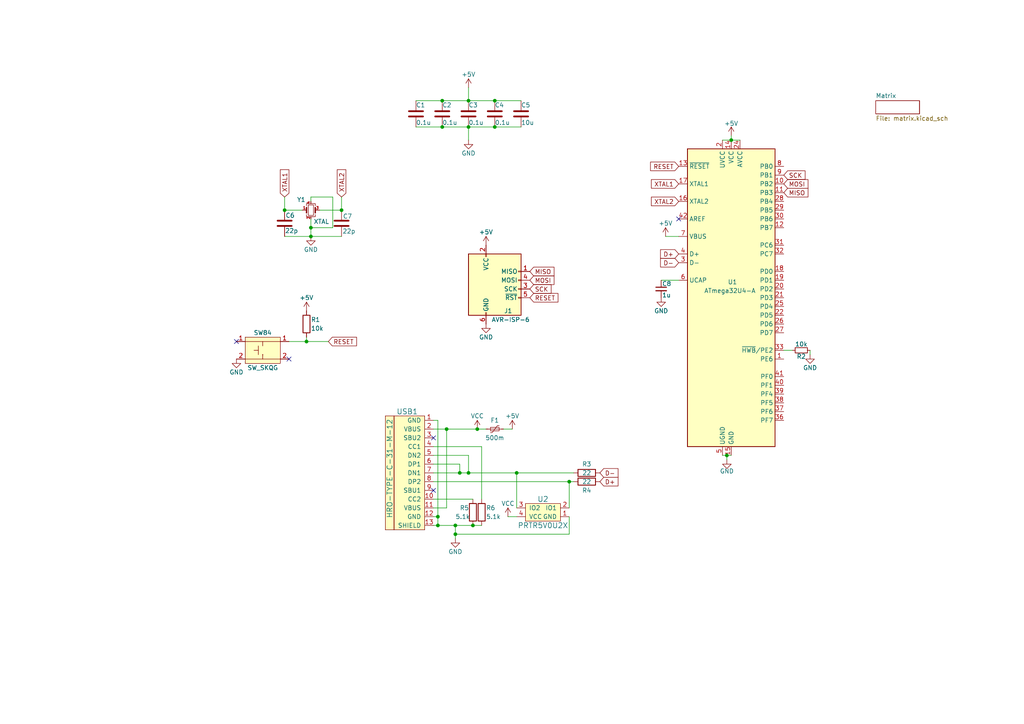
<source format=kicad_sch>
(kicad_sch (version 20211123) (generator eeschema)
  (paper "A4")
  (lib_symbols
    (symbol "Connector:AVR-ISP-6" (pin_names (offset 1.016))
      (property "Reference" "J" (at -6.35 11.43 0))
      (property "Value" "AVR-ISP-6" (at 0 11.43 0))
      (symbol "AVR-ISP-6_0_1"
        (rectangle (start -2.667 -6.858) (end -2.413 -7.62))
        (rectangle (start -2.667 10.16) (end -2.413 9.398))
        (rectangle (start 7.62 -2.413) (end 6.858 -2.667))
        (rectangle (start 7.62 0.127) (end 6.858 -0.127))
        (rectangle (start 7.62 2.667) (end 6.858 2.413))
        (rectangle (start 7.62 5.207) (end 6.858 4.953))
        (rectangle (start 7.62 10.16) (end -7.62 -7.62) (stroke (width 0.254)) (fill (type background)))
      )
      (symbol "AVR-ISP-6_1_1"
        (pin passive line (at 10.16 5.08 180) (length 2.54) (name "MISO") (number "1"))
        (pin passive line (at -2.54 12.7 270) (length 2.54) (name "VCC") (number "2"))
        (pin passive line (at 10.16 0 180) (length 2.54) (name "SCK") (number "3"))
        (pin passive line (at 10.16 2.54 180) (length 2.54) (name "MOSI") (number "4"))
        (pin passive line (at 10.16 -2.54 180) (length 2.54) (name "~{RST}") (number "5"))
        (pin passive line (at -2.54 -10.16 90) (length 2.54) (name "GND") (number "6"))
      )
    )
    (symbol "Device:C" (pin_numbers hide) (pin_names (offset 0.254))
      (property "Reference" "C" (at 0.635 2.54 0))
      (property "Value" "C" (at 0.635 -2.54 0))
      (symbol "C_0_1"
        (polyline (pts (xy -2.032 -0.762) (xy 2.032 -0.762)) (stroke (width 0.508)))
        (polyline (pts (xy -2.032 0.762) (xy 2.032 0.762)) (stroke (width 0.508)))
      )
      (symbol "C_1_1"
        (pin passive line (at 0 3.81 270) (length 2.794) (name "~") (number "1"))
        (pin passive line (at 0 -3.81 90) (length 2.794) (name "~") (number "2"))
      )
    )
    (symbol "Device:C_Small" (pin_numbers hide) (pin_names (offset 0.254) hide)
      (property "Reference" "C" (at 0.254 1.778 0))
      (property "Value" "C_Small" (at 0.254 -2.032 0))
      (symbol "C_Small_0_1"
        (polyline (pts (xy -1.524 -0.508) (xy 1.524 -0.508)) (stroke (width 0.3302)))
        (polyline (pts (xy -1.524 0.508) (xy 1.524 0.508)) (stroke (width 0.3048)))
      )
      (symbol "C_Small_1_1"
        (pin passive line (at 0 2.54 270) (length 2.032) (name "~") (number "1"))
        (pin passive line (at 0 -2.54 90) (length 2.032) (name "~") (number "2"))
      )
    )
    (symbol "Device:Crystal_GND24_Small" (pin_names (offset 1.016) hide)
      (property "Reference" "Y" (at 1.27 4.445 0))
      (property "Value" "Crystal_GND24_Small" (at 1.27 2.54 0))
      (symbol "Crystal_GND24_Small_0_1"
        (rectangle (start -0.762 -1.524) (end 0.762 1.524))
        (polyline (pts (xy -1.27 -0.762) (xy -1.27 0.762)) (stroke (width 0.381)))
        (polyline (pts (xy 1.27 -0.762) (xy 1.27 0.762)) (stroke (width 0.381)))
        (polyline (pts (xy -1.27 -1.27) (xy -1.27 -1.905) (xy 1.27 -1.905) (xy 1.27 -1.27)))
        (polyline (pts (xy -1.27 1.27) (xy -1.27 1.905) (xy 1.27 1.905) (xy 1.27 1.27)))
      )
      (symbol "Crystal_GND24_Small_1_1"
        (pin passive line (at -2.54 0 0) (length 1.27) (name "1") (number "1"))
        (pin passive line (at 0 -2.54 90) (length 0.635) (name "2") (number "2"))
        (pin passive line (at 2.54 0 180) (length 1.27) (name "3") (number "3"))
        (pin passive line (at 0 2.54 270) (length 0.635) (name "4") (number "4"))
      )
    )
    (symbol "Device:Polyfuse_Small" (pin_numbers hide) (pin_names (offset 0))
      (property "Reference" "F" (at -1.905 0 90))
      (property "Value" "Polyfuse_Small" (at 1.905 0 90))
      (symbol "Polyfuse_Small_0_1"
        (rectangle (start -0.508 1.27) (end 0.508 -1.27))
        (polyline (pts (xy 0 2.54) (xy 0 -2.54)))
        (polyline (pts (xy -1.016 1.27) (xy -1.016 0.762) (xy 1.016 -0.762) (xy 1.016 -1.27)))
      )
      (symbol "Polyfuse_Small_1_1"
        (pin passive line (at 0 2.54 270) (length 0.635) (name "~") (number "1"))
        (pin passive line (at 0 -2.54 90) (length 0.635) (name "~") (number "2"))
      )
    )
    (symbol "Device:R" (pin_numbers hide) (pin_names (offset 0))
      (property "Reference" "R" (at 2.032 0 90))
      (property "Value" "R" (at 0 0 90))
      (symbol "R_0_1"
        (rectangle (start -1.016 -2.54) (end 1.016 2.54) (stroke (width 0.254)))
      )
      (symbol "R_1_1"
        (pin passive line (at 0 3.81 270) (length 1.27) (name "~") (number "1"))
        (pin passive line (at 0 -3.81 90) (length 1.27) (name "~") (number "2"))
      )
    )
    (symbol "Device:R_Small" (pin_numbers hide) (pin_names (offset 0.254) hide)
      (property "Reference" "R" (at 0.762 0.508 0))
      (property "Value" "R_Small" (at 0.762 -1.016 0))
      (symbol "R_Small_0_1"
        (rectangle (start -0.762 1.778) (end 0.762 -1.778) (stroke (width 0.2032)))
      )
      (symbol "R_Small_1_1"
        (pin passive line (at 0 2.54 270) (length 0.762) (name "~") (number "1"))
        (pin passive line (at 0 -2.54 90) (length 0.762) (name "~") (number "2"))
      )
    )
    (symbol "MCU_Microchip_ATmega:ATmega32U4-A"
      (property "Reference" "U" (at -12.7 44.45 0))
      (property "Value" "ATmega32U4-A" (at 2.54 -44.45 0))
      (symbol "ATmega32U4-A_0_1"
        (rectangle (start -12.7 -43.18) (end 12.7 43.18) (stroke (width 0.254)) (fill (type background)))
      )
      (symbol "ATmega32U4-A_1_1"
        (pin bidirectional line (at 15.24 -17.78 180) (length 2.54) (name "PE6") (number "1"))
        (pin bidirectional line (at 15.24 33.02 180) (length 2.54) (name "PB2") (number "10"))
        (pin bidirectional line (at 15.24 30.48 180) (length 2.54) (name "PB3") (number "11"))
        (pin bidirectional line (at 15.24 20.32 180) (length 2.54) (name "PB7") (number "12"))
        (pin input line (at -15.24 38.1 0) (length 2.54) (name "~{RESET}") (number "13"))
        (pin power_in line (at 0 45.72 270) (length 2.54) (name "VCC") (number "14"))
        (pin power_in line (at 0 -45.72 90) (length 2.54) (name "GND") (number "15"))
        (pin output line (at -15.24 27.94 0) (length 2.54) (name "XTAL2") (number "16"))
        (pin input line (at -15.24 33.02 0) (length 2.54) (name "XTAL1") (number "17"))
        (pin bidirectional line (at 15.24 7.62 180) (length 2.54) (name "PD0") (number "18"))
        (pin bidirectional line (at 15.24 5.08 180) (length 2.54) (name "PD1") (number "19"))
        (pin power_in line (at -2.54 45.72 270) (length 2.54) (name "UVCC") (number "2"))
        (pin bidirectional line (at 15.24 2.54 180) (length 2.54) (name "PD2") (number "20"))
        (pin bidirectional line (at 15.24 0 180) (length 2.54) (name "PD3") (number "21"))
        (pin bidirectional line (at 15.24 -5.08 180) (length 2.54) (name "PD5") (number "22"))
        (pin passive line (at 0 -45.72 90) (length 2.54) hide (name "GND") (number "23"))
        (pin power_in line (at 2.54 45.72 270) (length 2.54) (name "AVCC") (number "24"))
        (pin bidirectional line (at 15.24 -2.54 180) (length 2.54) (name "PD4") (number "25"))
        (pin bidirectional line (at 15.24 -7.62 180) (length 2.54) (name "PD6") (number "26"))
        (pin bidirectional line (at 15.24 -10.16 180) (length 2.54) (name "PD7") (number "27"))
        (pin bidirectional line (at 15.24 27.94 180) (length 2.54) (name "PB4") (number "28"))
        (pin bidirectional line (at 15.24 25.4 180) (length 2.54) (name "PB5") (number "29"))
        (pin bidirectional line (at -15.24 10.16 0) (length 2.54) (name "D-") (number "3"))
        (pin bidirectional line (at 15.24 22.86 180) (length 2.54) (name "PB6") (number "30"))
        (pin bidirectional line (at 15.24 15.24 180) (length 2.54) (name "PC6") (number "31"))
        (pin bidirectional line (at 15.24 12.7 180) (length 2.54) (name "PC7") (number "32"))
        (pin bidirectional line (at 15.24 -15.24 180) (length 2.54) (name "~{HWB}/PE2") (number "33"))
        (pin passive line (at 0 45.72 270) (length 2.54) hide (name "VCC") (number "34"))
        (pin passive line (at 0 -45.72 90) (length 2.54) hide (name "GND") (number "35"))
        (pin bidirectional line (at 15.24 -35.56 180) (length 2.54) (name "PF7") (number "36"))
        (pin bidirectional line (at 15.24 -33.02 180) (length 2.54) (name "PF6") (number "37"))
        (pin bidirectional line (at 15.24 -30.48 180) (length 2.54) (name "PF5") (number "38"))
        (pin bidirectional line (at 15.24 -27.94 180) (length 2.54) (name "PF4") (number "39"))
        (pin bidirectional line (at -15.24 12.7 0) (length 2.54) (name "D+") (number "4"))
        (pin bidirectional line (at 15.24 -25.4 180) (length 2.54) (name "PF1") (number "40"))
        (pin bidirectional line (at 15.24 -22.86 180) (length 2.54) (name "PF0") (number "41"))
        (pin passive line (at -15.24 22.86 0) (length 2.54) (name "AREF") (number "42"))
        (pin passive line (at 0 -45.72 90) (length 2.54) hide (name "GND") (number "43"))
        (pin passive line (at 2.54 45.72 270) (length 2.54) hide (name "AVCC") (number "44"))
        (pin passive line (at -2.54 -45.72 90) (length 2.54) (name "UGND") (number "5"))
        (pin passive line (at -15.24 5.08 0) (length 2.54) (name "UCAP") (number "6"))
        (pin input line (at -15.24 17.78 0) (length 2.54) (name "VBUS") (number "7"))
        (pin bidirectional line (at 15.24 38.1 180) (length 2.54) (name "PB0") (number "8"))
        (pin bidirectional line (at 15.24 35.56 180) (length 2.54) (name "PB1") (number "9"))
      )
    )
    (symbol "Type-C:HRO-TYPE-C-31-M-12" (pin_names (offset 1.016))
      (property "Reference" "USB" (at -5.08 16.51 0))
      (property "Value" "HRO-TYPE-C-31-M-12" (at -10.16 -1.27 90))
      (symbol "HRO-TYPE-C-31-M-12_0_1"
        (rectangle (start -11.43 15.24) (end -8.89 -17.78) (fill (type background)))
        (rectangle (start 0 -17.78) (end -8.89 15.24) (fill (type background)))
      )
      (symbol "HRO-TYPE-C-31-M-12_1_1"
        (pin input line (at 2.54 13.97 180) (length 2.54) (name "GND") (number "1"))
        (pin input line (at 2.54 -8.89 180) (length 2.54) (name "CC2") (number "10"))
        (pin input line (at 2.54 -11.43 180) (length 2.54) (name "VBUS") (number "11"))
        (pin input line (at 2.54 -13.97 180) (length 2.54) (name "GND") (number "12"))
        (pin input line (at 2.54 -16.51 180) (length 2.54) (name "SHIELD") (number "13"))
        (pin input line (at 2.54 11.43 180) (length 2.54) (name "VBUS") (number "2"))
        (pin input line (at 2.54 8.89 180) (length 2.54) (name "SBU2") (number "3"))
        (pin input line (at 2.54 6.35 180) (length 2.54) (name "CC1") (number "4"))
        (pin input line (at 2.54 3.81 180) (length 2.54) (name "DN2") (number "5"))
        (pin input line (at 2.54 1.27 180) (length 2.54) (name "DP1") (number "6"))
        (pin input line (at 2.54 -1.27 180) (length 2.54) (name "DN1") (number "7"))
        (pin input line (at 2.54 -3.81 180) (length 2.54) (name "DP2") (number "8"))
        (pin input line (at 2.54 -6.35 180) (length 2.54) (name "SBU1") (number "9"))
      )
    )
    (symbol "local:SW_SKQG"
      (property "Reference" "SW" (at 0 5.08 0))
      (property "Value" "SW_SKQG" (at 0 -5.08 0))
      (symbol "SW_SKQG_0_1"
        (rectangle (start -5.08 3.81) (end 5.08 -3.81) (fill (type background)))
        (circle (center 0 -1.27) (radius 0.0001))
        (polyline (pts (xy -5.08 -2.54) (xy 5.08 -2.54)))
        (polyline (pts (xy -5.08 2.54) (xy 5.08 2.54)))
        (polyline (pts (xy -1.27 0) (xy -2.54 0)))
        (polyline (pts (xy 0 -2.54) (xy 0 -1.27)))
        (polyline (pts (xy 0 2.54) (xy 0 1.27)))
        (polyline (pts (xy -1.27 1.27) (xy -1.27 -1.27) (xy -1.27 0)))
      )
      (symbol "SW_SKQG_1_1"
        (pin passive line (at -7.62 2.54 0) (length 2.54) (name "") (number "1"))
        (pin passive line (at 7.62 2.54 180) (length 2.54) (name "") (number "1"))
        (pin passive line (at -7.62 -2.54 0) (length 2.54) (name "") (number "2"))
        (pin passive line (at 7.62 -2.54 180) (length 2.54) (name "") (number "2"))
      )
    )
    (symbol "power:+5V" (power) (pin_names (offset 0))
      (property "Value" "+5V" (at 0 3.556 0))
      (symbol "+5V_0_1"
        (polyline (pts (xy -0.762 1.27) (xy 0 2.54)))
        (polyline (pts (xy 0 0) (xy 0 2.54)))
        (polyline (pts (xy 0 2.54) (xy 0.762 1.27)))
      )
      (symbol "+5V_1_1"
        (pin power_in line (at 0 0 90) (length 0) hide (name "+5V") (number "1"))
      )
    )
    (symbol "power:GND" (power) (pin_names (offset 0))
      (property "Value" "GND" (at 0 -3.81 0))
      (symbol "GND_0_1"
        (polyline (pts (xy 0 0) (xy 0 -1.27) (xy 1.27 -1.27) (xy 0 -2.54) (xy -1.27 -1.27) (xy 0 -1.27)))
      )
      (symbol "GND_1_1"
        (pin power_in line (at 0 0 270) (length 0) hide (name "GND") (number "1"))
      )
    )
    (symbol "power:VCC" (power) (pin_names (offset 0))
      (property "Value" "VCC" (at 0 3.81 0))
      (symbol "VCC_0_1"
        (polyline (pts (xy -0.762 1.27) (xy 0 2.54)))
        (polyline (pts (xy 0 0) (xy 0 2.54)))
        (polyline (pts (xy 0 2.54) (xy 0.762 1.27)))
      )
      (symbol "VCC_1_1"
        (pin power_in line (at 0 0 90) (length 0) hide (name "VCC") (number "1"))
      )
    )
    (symbol "random-keyboard-parts:PRTR5V0U2X" (pin_names (offset 1.016))
      (property "Reference" "U" (at 0 3.81 0))
      (property "Value" "PRTR5V0U2X" (at 0 -3.81 0))
      (symbol "PRTR5V0U2X_0_1"
        (rectangle (start -5.08 2.54) (end 5.08 -2.54) (fill (type background)))
      )
      (symbol "PRTR5V0U2X_1_1"
        (pin input line (at -7.62 1.27 0) (length 2.54) (name "GND") (number "1"))
        (pin input line (at -7.62 -1.27 0) (length 2.54) (name "IO1") (number "2"))
        (pin input line (at 7.62 -1.27 180) (length 2.54) (name "IO2") (number "3"))
        (pin input line (at 7.62 1.27 180) (length 2.54) (name "VCC") (number "4"))
      )
    )
  )
  (junction (at 137.16 152.4))
  (junction (at 82.55 60.96))
  (junction (at 135.89 137.16))
  (junction (at 128.27 29.21))
  (junction (at 138.43 124.46))
  (junction (at 129.54 124.46))
  (junction (at 90.17 66.04))
  (junction (at 127 152.4))
  (junction (at 135.89 36.83))
  (junction (at 127 149.86))
  (junction (at 132.08 152.4))
  (junction (at 210.82 132.08))
  (junction (at 132.08 154.94))
  (junction (at 165.1 139.7))
  (junction (at 149.86 137.16))
  (junction (at 99.06 60.96))
  (junction (at 135.89 29.21))
  (junction (at 90.17 68.58))
  (junction (at 133.35 137.16))
  (junction (at 212.09 40.64))
  (junction (at 143.51 36.83))
  (junction (at 88.9 99.06))
  (junction (at 128.27 36.83))
  (junction (at 143.51 29.21))
  (no_connect (at 196.85 63.5))
  (no_connect (at 83.82 104.14))
  (no_connect (at 68.58 99.06))
  (no_connect (at 125.73 127))
  (no_connect (at 125.73 142.24))
  (wire (pts (xy 132.08 154.94) (xy 132.08 156.21)))
  (wire (pts (xy 125.73 144.78) (xy 137.16 144.78)))
  (wire (pts (xy 125.73 147.32) (xy 129.54 147.32)))
  (wire (pts (xy 127 121.92) (xy 127 149.86)))
  (wire (pts (xy 132.08 152.4) (xy 137.16 152.4)))
  (wire (pts (xy 143.51 29.21) (xy 151.13 29.21)))
  (wire (pts (xy 212.09 40.64) (xy 214.63 40.64)))
  (wire (pts (xy 137.16 152.4) (xy 139.7 152.4)))
  (wire (pts (xy 135.89 36.83) (xy 135.89 40.64)))
  (wire (pts (xy 82.55 60.96) (xy 87.63 60.96)))
  (wire (pts (xy 120.65 29.21) (xy 128.27 29.21)))
  (wire (pts (xy 143.51 36.83) (xy 151.13 36.83)))
  (wire (pts (xy 135.89 132.08) (xy 135.89 137.16)))
  (wire (pts (xy 132.08 154.94) (xy 165.1 154.94)))
  (wire (pts (xy 120.65 36.83) (xy 128.27 36.83)))
  (wire (pts (xy 193.04 68.58) (xy 196.85 68.58)))
  (wire (pts (xy 129.54 124.46) (xy 138.43 124.46)))
  (wire (pts (xy 82.55 57.15) (xy 82.55 60.96)))
  (wire (pts (xy 165.1 149.86) (xy 165.1 154.94)))
  (wire (pts (xy 133.35 137.16) (xy 135.89 137.16)))
  (wire (pts (xy 96.52 57.15) (xy 96.52 66.04)))
  (wire (pts (xy 90.17 66.04) (xy 90.17 68.58)))
  (wire (pts (xy 135.89 36.83) (xy 143.51 36.83)))
  (wire (pts (xy 96.52 66.04) (xy 90.17 66.04)))
  (wire (pts (xy 165.1 139.7) (xy 165.1 147.32)))
  (wire (pts (xy 125.73 134.62) (xy 133.35 134.62)))
  (wire (pts (xy 127 149.86) (xy 127 152.4)))
  (wire (pts (xy 90.17 58.42) (xy 90.17 57.15)))
  (wire (pts (xy 129.54 124.46) (xy 129.54 147.32)))
  (wire (pts (xy 146.05 124.46) (xy 148.59 124.46)))
  (wire (pts (xy 165.1 139.7) (xy 166.37 139.7)))
  (wire (pts (xy 128.27 29.21) (xy 135.89 29.21)))
  (wire (pts (xy 210.82 132.08) (xy 210.82 133.35)))
  (wire (pts (xy 125.73 152.4) (xy 127 152.4)))
  (wire (pts (xy 125.73 137.16) (xy 133.35 137.16)))
  (wire (pts (xy 88.9 99.06) (xy 95.25 99.06)))
  (wire (pts (xy 147.32 149.86) (xy 149.86 149.86)))
  (wire (pts (xy 82.55 68.58) (xy 90.17 68.58)))
  (wire (pts (xy 125.73 132.08) (xy 135.89 132.08)))
  (wire (pts (xy 212.09 39.37) (xy 212.09 40.64)))
  (wire (pts (xy 191.77 81.28) (xy 196.85 81.28)))
  (wire (pts (xy 125.73 149.86) (xy 127 149.86)))
  (wire (pts (xy 135.89 25.4) (xy 135.89 29.21)))
  (wire (pts (xy 133.35 134.62) (xy 133.35 137.16)))
  (wire (pts (xy 92.71 60.96) (xy 99.06 60.96)))
  (wire (pts (xy 135.89 137.16) (xy 149.86 137.16)))
  (wire (pts (xy 90.17 57.15) (xy 96.52 57.15)))
  (wire (pts (xy 132.08 152.4) (xy 132.08 154.94)))
  (wire (pts (xy 125.73 124.46) (xy 129.54 124.46)))
  (wire (pts (xy 234.95 101.6) (xy 234.95 102.87)))
  (wire (pts (xy 99.06 57.15) (xy 99.06 60.96)))
  (wire (pts (xy 227.33 101.6) (xy 229.87 101.6)))
  (wire (pts (xy 209.55 132.08) (xy 210.82 132.08)))
  (wire (pts (xy 88.9 97.79) (xy 88.9 99.06)))
  (wire (pts (xy 127 152.4) (xy 132.08 152.4)))
  (wire (pts (xy 210.82 132.08) (xy 212.09 132.08)))
  (wire (pts (xy 83.82 99.06) (xy 88.9 99.06)))
  (wire (pts (xy 139.7 129.54) (xy 139.7 144.78)))
  (wire (pts (xy 128.27 36.83) (xy 135.89 36.83)))
  (wire (pts (xy 149.86 137.16) (xy 149.86 147.32)))
  (wire (pts (xy 90.17 63.5) (xy 90.17 66.04)))
  (wire (pts (xy 125.73 129.54) (xy 139.7 129.54)))
  (wire (pts (xy 135.89 29.21) (xy 143.51 29.21)))
  (wire (pts (xy 125.73 121.92) (xy 127 121.92)))
  (wire (pts (xy 125.73 139.7) (xy 165.1 139.7)))
  (wire (pts (xy 149.86 137.16) (xy 166.37 137.16)))
  (wire (pts (xy 138.43 124.46) (xy 140.97 124.46)))
  (wire (pts (xy 90.17 68.58) (xy 99.06 68.58)))
  (wire (pts (xy 209.55 40.64) (xy 212.09 40.64)))
  (global_label "D-" (shape input) (at 173.99 137.16 0) (property "Intersheet References" "${INTERSHEET_REFS}" (effects hide)))
  (global_label "SCK" (shape input) (at 227.33 50.8 0) (property "Intersheet References" "${INTERSHEET_REFS}" (effects hide)))
  (global_label "MOSI" (shape input) (at 227.33 53.34 0) (property "Intersheet References" "${INTERSHEET_REFS}" (effects hide)))
  (global_label "XTAL2" (shape input) (at 99.06 57.15 90) (property "Intersheet References" "${INTERSHEET_REFS}" (effects hide)))
  (global_label "XTAL2" (shape input) (at 196.85 58.42 180) (property "Intersheet References" "${INTERSHEET_REFS}" (effects hide)))
  (global_label "MISO" (shape input) (at 153.67 78.74 0) (property "Intersheet References" "${INTERSHEET_REFS}" (effects hide)))
  (global_label "RESET" (shape input) (at 95.25 99.06 0) (property "Intersheet References" "${INTERSHEET_REFS}" (effects hide)))
  (global_label "MISO" (shape input) (at 227.33 55.88 0) (property "Intersheet References" "${INTERSHEET_REFS}" (effects hide)))
  (global_label "RESET" (shape input) (at 153.67 86.36 0) (property "Intersheet References" "${INTERSHEET_REFS}" (effects hide)))
  (global_label "D-" (shape input) (at 196.85 76.2 180) (property "Intersheet References" "${INTERSHEET_REFS}" (effects hide)))
  (global_label "XTAL1" (shape input) (at 82.55 57.15 90) (property "Intersheet References" "${INTERSHEET_REFS}" (effects hide)))
  (global_label "D+" (shape input) (at 196.85 73.66 180) (property "Intersheet References" "${INTERSHEET_REFS}" (effects hide)))
  (global_label "D+" (shape input) (at 173.99 139.7 0) (property "Intersheet References" "${INTERSHEET_REFS}" (effects hide)))
  (global_label "XTAL1" (shape input) (at 196.85 53.34 180) (property "Intersheet References" "${INTERSHEET_REFS}" (effects hide)))
  (global_label "SCK" (shape input) (at 153.67 83.82 0) (property "Intersheet References" "${INTERSHEET_REFS}" (effects hide)))
  (global_label "RESET" (shape input) (at 196.85 48.26 180) (property "Intersheet References" "${INTERSHEET_REFS}" (effects hide)))
  (global_label "MOSI" (shape input) (at 153.67 81.28 0) (property "Intersheet References" "${INTERSHEET_REFS}" (effects hide)))
  (symbol (lib_id "power:GND") (at 68.58 104.14 0) (unit 1)
    (property "Reference" "#PWR011" (effects hide))
    (property "Value" "GND" (at 68.58 107.95 0))
  )
  (symbol (lib_id "Device:C") (at 128.27 33.02 0) (unit 1)
    (property "Reference" "C2" (at 128.27 30.48 0) (effects (justify left)))
    (property "Value" "0.1u" (at 128.27 35.56 0) (effects (justify left)))
  )
  (symbol (lib_id "Device:C") (at 151.13 33.02 0) (unit 1)
    (property "Reference" "C5" (at 151.13 30.48 0) (effects (justify left)))
    (property "Value" "10u" (at 151.13 35.56 0) (effects (justify left)))
  )
  (symbol (lib_id "power:+5V") (at 212.09 39.37 0) (unit 1)
    (property "Reference" "#PWR02" (effects hide))
    (property "Value" "+5V" (at 212.09 35.814 0))
  )
  (symbol (lib_id "Device:C") (at 120.65 33.02 0) (unit 1)
    (property "Reference" "C1" (at 120.65 30.48 0) (effects (justify left)))
    (property "Value" "0.1u" (at 120.65 35.56 0) (effects (justify left)))
  )
  (symbol (lib_id "random-keyboard-parts:PRTR5V0U2X") (at 157.48 148.59 180) (unit 1)
    (property "Reference" "U2" (at 157.48 144.78 0) (effects (font (size 1.524 1.524))))
    (property "Value" "PRTR5V0U2X" (at 157.48 152.4 0) (effects (font (size 1.524 1.524))))
  )
  (symbol (lib_id "Device:C") (at 143.51 33.02 0) (unit 1)
    (property "Reference" "C4" (at 143.51 30.48 0) (effects (justify left)))
    (property "Value" "0.1u" (at 143.51 35.56 0) (effects (justify left)))
  )
  (symbol (lib_id "power:+5V") (at 148.59 124.46 0) (unit 1)
    (property "Reference" "#PWR013" (effects hide))
    (property "Value" "+5V" (at 148.59 120.65 0))
  )
  (symbol (lib_id "Device:C") (at 99.06 64.77 0) (unit 1)
    (property "Reference" "C7" (at 99.441 62.738 0) (effects (justify left)))
    (property "Value" "22p" (at 99.314 67.056 0) (effects (justify left)))
  )
  (symbol (lib_id "Device:C_Small") (at 191.77 83.82 0) (unit 1)
    (property "Reference" "C8" (at 192.024 82.296 0) (effects (justify left)))
    (property "Value" "1u" (at 192.024 85.598 0) (effects (justify left)))
  )
  (symbol (lib_id "Device:Polyfuse_Small") (at 143.51 124.46 90) (unit 1)
    (property "Reference" "F1" (at 143.51 121.92 90))
    (property "Value" "500m" (at 143.51 127 90))
  )
  (symbol (lib_id "Type-C:HRO-TYPE-C-31-M-12") (at 123.19 135.89 0) (unit 1)
    (property "Reference" "USB1" (at 118.11 119.38 0) (effects (font (size 1.524 1.524))))
    (property "Value" "HRO-TYPE-C-31-M-12" (at 113.03 135.89 90) (effects (font (size 1.524 1.524))))
  )
  (symbol (lib_id "Device:R") (at 88.9 93.98 0) (unit 1)
    (property "Reference" "R1" (at 90.17 92.71 0) (effects (justify left)))
    (property "Value" "10k" (at 90.17 95.25 0) (effects (justify left)))
  )
  (symbol (lib_id "power:GND") (at 140.97 93.98 0) (unit 1)
    (property "Reference" "#PWR09" (effects hide))
    (property "Value" "GND" (at 140.97 97.79 0))
  )
  (symbol (lib_id "Device:R") (at 137.16 148.59 0) (unit 1)
    (property "Reference" "R5" (at 133.35 147.32 0) (effects (justify left)))
    (property "Value" "5.1k" (at 132.08 149.86 0) (effects (justify left)))
  )
  (symbol (lib_id "power:+5V") (at 135.89 25.4 0) (unit 1)
    (property "Reference" "#PWR01" (effects hide))
    (property "Value" "+5V" (at 135.89 21.59 0))
  )
  (symbol (lib_id "Device:R") (at 170.18 137.16 90) (unit 1)
    (property "Reference" "R3" (at 170.18 134.62 90))
    (property "Value" "22" (at 170.18 137.16 90))
  )
  (symbol (lib_id "MCU_Microchip_ATmega:ATmega32U4-A") (at 212.09 86.36 0) (unit 1)
    (property "Reference" "U1" (at 211.074 81.788 0) (effects (justify left)))
    (property "Value" "ATmega32U4-A" (at 204.216 84.328 0) (effects (justify left)))
    (property "Footprint" "Package_QFP:TQFP-44_10x10mm_P0.8mm" (effects hide))
    (property "Datasheet" "http://ww1.microchip.com/downloads/en/DeviceDoc/Atmel-7766-8-bit-AVR-ATmega16U4-32U4_Datasheet.pdf" (effects hide))
  )
  (symbol (lib_id "Device:Crystal_GND24_Small") (at 90.17 60.96 0) (unit 1)
    (property "Reference" "Y1" (at 87.376 57.912 0))
    (property "Value" "XTAL" (at 93.218 64.262 0))
  )
  (symbol (lib_id "power:+5V") (at 193.04 68.58 0) (unit 1)
    (property "Reference" "#PWR05" (effects hide))
    (property "Value" "+5V" (at 193.04 64.77 0))
  )
  (symbol (lib_id "power:GND") (at 90.17 68.58 0) (unit 1)
    (property "Reference" "#PWR04" (effects hide))
    (property "Value" "GND" (at 90.17 72.39 0))
  )
  (symbol (lib_id "Device:C") (at 82.55 64.77 0) (unit 1)
    (property "Reference" "C6" (at 82.804 62.484 0) (effects (justify left)))
    (property "Value" "22p" (at 82.677 66.929 0) (effects (justify left)))
  )
  (symbol (lib_id "local:SW_SKQG") (at 76.2 101.6 0) (unit 1)
    (property "Reference" "SW84" (at 76.2 96.52 0))
    (property "Value" "SW_SKQG" (at 76.2 106.68 0))
  )
  (symbol (lib_id "power:GND") (at 210.82 133.35 0) (unit 1)
    (property "Reference" "#PWR014" (effects hide))
    (property "Value" "GND" (at 210.82 136.652 0))
  )
  (symbol (lib_id "power:GND") (at 191.77 86.36 0) (unit 1)
    (property "Reference" "#PWR07" (effects hide))
    (property "Value" "GND" (at 191.77 90.17 0))
  )
  (symbol (lib_id "power:+5V") (at 140.97 71.12 0) (unit 1)
    (property "Reference" "#PWR06" (effects hide))
    (property "Value" "+5V" (at 140.97 67.31 0))
  )
  (symbol (lib_id "power:+5V") (at 88.9 90.17 0) (unit 1)
    (property "Reference" "#PWR08" (effects hide))
    (property "Value" "+5V" (at 88.9 86.36 0))
  )
  (symbol (lib_id "power:GND") (at 234.95 102.87 0) (unit 1)
    (property "Reference" "#PWR010" (effects hide))
    (property "Value" "GND" (at 234.95 106.68 0))
  )
  (symbol (lib_id "power:VCC") (at 147.32 149.86 0) (unit 1)
    (property "Reference" "#PWR015" (effects hide))
    (property "Value" "VCC" (at 147.32 146.05 0))
  )
  (symbol (lib_id "power:GND") (at 132.08 156.21 0) (unit 1)
    (property "Reference" "#PWR016" (effects hide))
    (property "Value" "GND" (at 132.08 160.02 0))
  )
  (symbol (lib_id "power:GND") (at 135.89 40.64 0) (unit 1)
    (property "Reference" "#PWR03" (effects hide))
    (property "Value" "GND" (at 135.89 44.45 0))
  )
  (symbol (lib_id "Device:R_Small") (at 232.41 101.6 90) (unit 1)
    (property "Reference" "R2" (at 232.41 103.378 90))
    (property "Value" "10k" (at 232.41 99.822 90))
  )
  (symbol (lib_id "Device:C") (at 135.89 33.02 0) (unit 1)
    (property "Reference" "C3" (at 135.89 30.48 0) (effects (justify left)))
    (property "Value" "0.1u" (at 135.89 35.56 0) (effects (justify left)))
  )
  (symbol (lib_id "Device:R") (at 170.18 139.7 90) (unit 1)
    (property "Reference" "R4" (at 170.18 142.24 90))
    (property "Value" "22" (at 170.18 139.7 90))
  )
  (symbol (lib_id "Connector:AVR-ISP-6") (at 143.51 83.82 0) (unit 1)
    (property "Reference" "J1" (at 148.59 90.17 0) (effects (justify right)))
    (property "Value" "AVR-ISP-6" (at 153.67 92.71 0) (effects (justify right)))
    (property "Datasheet" " ~" (effects hide))
  )
  (symbol (lib_id "Device:R") (at 139.7 148.59 0) (unit 1)
    (property "Reference" "R6" (at 140.97 147.32 0) (effects (justify left)))
    (property "Value" "5.1k" (at 140.97 149.86 0) (effects (justify left)))
  )
  (symbol (lib_id "power:VCC") (at 138.43 124.46 0) (unit 1)
    (property "Reference" "#PWR012" (effects hide))
    (property "Value" "VCC" (at 138.43 120.65 0))
  )
  (sheet (at 254 29.21) (size 12.7 3.81) (stroke (width 0.1524))
    (property "Sheet name" "Matrix" (at 254 28.4984 0) (effects (justify left bottom)))
    (property "Sheet file" "matrix.kicad_sch" (at 254 33.6046 0) (effects (justify left top)))
  )
)
</source>
